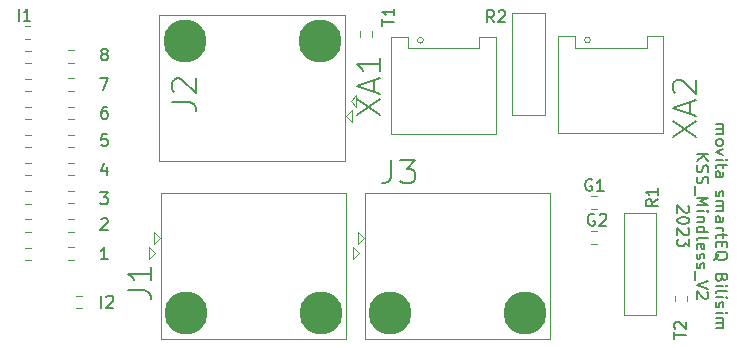
<source format=gbr>
%TF.GenerationSoftware,KiCad,Pcbnew,7.99.0-1900-g89780d353a*%
%TF.CreationDate,2023-07-25T10:26:20+03:00*%
%TF.ProjectId,KSS,4b53532e-6b69-4636-9164-5f7063625858,rev?*%
%TF.SameCoordinates,Original*%
%TF.FileFunction,Legend,Top*%
%TF.FilePolarity,Positive*%
%FSLAX46Y46*%
G04 Gerber Fmt 4.6, Leading zero omitted, Abs format (unit mm)*
G04 Created by KiCad (PCBNEW 7.99.0-1900-g89780d353a) date 2023-07-25 10:26:20*
%MOMM*%
%LPD*%
G01*
G04 APERTURE LIST*
%ADD10C,0.150000*%
%ADD11C,0.120000*%
%ADD12C,3.650000*%
G04 APERTURE END LIST*
D10*
X154805180Y-86127143D02*
X155471847Y-86127143D01*
X155376609Y-86127143D02*
X155424228Y-86174762D01*
X155424228Y-86174762D02*
X155471847Y-86270000D01*
X155471847Y-86270000D02*
X155471847Y-86412857D01*
X155471847Y-86412857D02*
X155424228Y-86508095D01*
X155424228Y-86508095D02*
X155328990Y-86555714D01*
X155328990Y-86555714D02*
X154805180Y-86555714D01*
X155328990Y-86555714D02*
X155424228Y-86603333D01*
X155424228Y-86603333D02*
X155471847Y-86698571D01*
X155471847Y-86698571D02*
X155471847Y-86841428D01*
X155471847Y-86841428D02*
X155424228Y-86936667D01*
X155424228Y-86936667D02*
X155328990Y-86984286D01*
X155328990Y-86984286D02*
X154805180Y-86984286D01*
X154805180Y-87603333D02*
X154852800Y-87508095D01*
X154852800Y-87508095D02*
X154900419Y-87460476D01*
X154900419Y-87460476D02*
X154995657Y-87412857D01*
X154995657Y-87412857D02*
X155281371Y-87412857D01*
X155281371Y-87412857D02*
X155376609Y-87460476D01*
X155376609Y-87460476D02*
X155424228Y-87508095D01*
X155424228Y-87508095D02*
X155471847Y-87603333D01*
X155471847Y-87603333D02*
X155471847Y-87746190D01*
X155471847Y-87746190D02*
X155424228Y-87841428D01*
X155424228Y-87841428D02*
X155376609Y-87889047D01*
X155376609Y-87889047D02*
X155281371Y-87936666D01*
X155281371Y-87936666D02*
X154995657Y-87936666D01*
X154995657Y-87936666D02*
X154900419Y-87889047D01*
X154900419Y-87889047D02*
X154852800Y-87841428D01*
X154852800Y-87841428D02*
X154805180Y-87746190D01*
X154805180Y-87746190D02*
X154805180Y-87603333D01*
X155471847Y-88270000D02*
X154805180Y-88508095D01*
X154805180Y-88508095D02*
X155471847Y-88746190D01*
X154805180Y-89127143D02*
X155471847Y-89127143D01*
X155805180Y-89127143D02*
X155757561Y-89079524D01*
X155757561Y-89079524D02*
X155709942Y-89127143D01*
X155709942Y-89127143D02*
X155757561Y-89174762D01*
X155757561Y-89174762D02*
X155805180Y-89127143D01*
X155805180Y-89127143D02*
X155709942Y-89127143D01*
X155471847Y-89460476D02*
X155471847Y-89841428D01*
X155805180Y-89603333D02*
X154948038Y-89603333D01*
X154948038Y-89603333D02*
X154852800Y-89650952D01*
X154852800Y-89650952D02*
X154805180Y-89746190D01*
X154805180Y-89746190D02*
X154805180Y-89841428D01*
X154805180Y-90603333D02*
X155328990Y-90603333D01*
X155328990Y-90603333D02*
X155424228Y-90555714D01*
X155424228Y-90555714D02*
X155471847Y-90460476D01*
X155471847Y-90460476D02*
X155471847Y-90270000D01*
X155471847Y-90270000D02*
X155424228Y-90174762D01*
X154852800Y-90603333D02*
X154805180Y-90508095D01*
X154805180Y-90508095D02*
X154805180Y-90270000D01*
X154805180Y-90270000D02*
X154852800Y-90174762D01*
X154852800Y-90174762D02*
X154948038Y-90127143D01*
X154948038Y-90127143D02*
X155043276Y-90127143D01*
X155043276Y-90127143D02*
X155138514Y-90174762D01*
X155138514Y-90174762D02*
X155186133Y-90270000D01*
X155186133Y-90270000D02*
X155186133Y-90508095D01*
X155186133Y-90508095D02*
X155233752Y-90603333D01*
X154852800Y-91793810D02*
X154805180Y-91889048D01*
X154805180Y-91889048D02*
X154805180Y-92079524D01*
X154805180Y-92079524D02*
X154852800Y-92174762D01*
X154852800Y-92174762D02*
X154948038Y-92222381D01*
X154948038Y-92222381D02*
X154995657Y-92222381D01*
X154995657Y-92222381D02*
X155090895Y-92174762D01*
X155090895Y-92174762D02*
X155138514Y-92079524D01*
X155138514Y-92079524D02*
X155138514Y-91936667D01*
X155138514Y-91936667D02*
X155186133Y-91841429D01*
X155186133Y-91841429D02*
X155281371Y-91793810D01*
X155281371Y-91793810D02*
X155328990Y-91793810D01*
X155328990Y-91793810D02*
X155424228Y-91841429D01*
X155424228Y-91841429D02*
X155471847Y-91936667D01*
X155471847Y-91936667D02*
X155471847Y-92079524D01*
X155471847Y-92079524D02*
X155424228Y-92174762D01*
X154805180Y-92650953D02*
X155471847Y-92650953D01*
X155376609Y-92650953D02*
X155424228Y-92698572D01*
X155424228Y-92698572D02*
X155471847Y-92793810D01*
X155471847Y-92793810D02*
X155471847Y-92936667D01*
X155471847Y-92936667D02*
X155424228Y-93031905D01*
X155424228Y-93031905D02*
X155328990Y-93079524D01*
X155328990Y-93079524D02*
X154805180Y-93079524D01*
X155328990Y-93079524D02*
X155424228Y-93127143D01*
X155424228Y-93127143D02*
X155471847Y-93222381D01*
X155471847Y-93222381D02*
X155471847Y-93365238D01*
X155471847Y-93365238D02*
X155424228Y-93460477D01*
X155424228Y-93460477D02*
X155328990Y-93508096D01*
X155328990Y-93508096D02*
X154805180Y-93508096D01*
X154805180Y-94412857D02*
X155328990Y-94412857D01*
X155328990Y-94412857D02*
X155424228Y-94365238D01*
X155424228Y-94365238D02*
X155471847Y-94270000D01*
X155471847Y-94270000D02*
X155471847Y-94079524D01*
X155471847Y-94079524D02*
X155424228Y-93984286D01*
X154852800Y-94412857D02*
X154805180Y-94317619D01*
X154805180Y-94317619D02*
X154805180Y-94079524D01*
X154805180Y-94079524D02*
X154852800Y-93984286D01*
X154852800Y-93984286D02*
X154948038Y-93936667D01*
X154948038Y-93936667D02*
X155043276Y-93936667D01*
X155043276Y-93936667D02*
X155138514Y-93984286D01*
X155138514Y-93984286D02*
X155186133Y-94079524D01*
X155186133Y-94079524D02*
X155186133Y-94317619D01*
X155186133Y-94317619D02*
X155233752Y-94412857D01*
X154805180Y-94889048D02*
X155471847Y-94889048D01*
X155281371Y-94889048D02*
X155376609Y-94936667D01*
X155376609Y-94936667D02*
X155424228Y-94984286D01*
X155424228Y-94984286D02*
X155471847Y-95079524D01*
X155471847Y-95079524D02*
X155471847Y-95174762D01*
X155471847Y-95365239D02*
X155471847Y-95746191D01*
X155805180Y-95508096D02*
X154948038Y-95508096D01*
X154948038Y-95508096D02*
X154852800Y-95555715D01*
X154852800Y-95555715D02*
X154805180Y-95650953D01*
X154805180Y-95650953D02*
X154805180Y-95746191D01*
X155328990Y-96079525D02*
X155328990Y-96412858D01*
X154805180Y-96555715D02*
X154805180Y-96079525D01*
X154805180Y-96079525D02*
X155805180Y-96079525D01*
X155805180Y-96079525D02*
X155805180Y-96555715D01*
X154709942Y-97650953D02*
X154757561Y-97555715D01*
X154757561Y-97555715D02*
X154852800Y-97460477D01*
X154852800Y-97460477D02*
X154995657Y-97317620D01*
X154995657Y-97317620D02*
X155043276Y-97222382D01*
X155043276Y-97222382D02*
X155043276Y-97127144D01*
X154805180Y-97174763D02*
X154852800Y-97079525D01*
X154852800Y-97079525D02*
X154948038Y-96984287D01*
X154948038Y-96984287D02*
X155138514Y-96936668D01*
X155138514Y-96936668D02*
X155471847Y-96936668D01*
X155471847Y-96936668D02*
X155662323Y-96984287D01*
X155662323Y-96984287D02*
X155757561Y-97079525D01*
X155757561Y-97079525D02*
X155805180Y-97174763D01*
X155805180Y-97174763D02*
X155805180Y-97365239D01*
X155805180Y-97365239D02*
X155757561Y-97460477D01*
X155757561Y-97460477D02*
X155662323Y-97555715D01*
X155662323Y-97555715D02*
X155471847Y-97603334D01*
X155471847Y-97603334D02*
X155138514Y-97603334D01*
X155138514Y-97603334D02*
X154948038Y-97555715D01*
X154948038Y-97555715D02*
X154852800Y-97460477D01*
X154852800Y-97460477D02*
X154805180Y-97365239D01*
X154805180Y-97365239D02*
X154805180Y-97174763D01*
X155328990Y-99127144D02*
X155281371Y-99270001D01*
X155281371Y-99270001D02*
X155233752Y-99317620D01*
X155233752Y-99317620D02*
X155138514Y-99365239D01*
X155138514Y-99365239D02*
X154995657Y-99365239D01*
X154995657Y-99365239D02*
X154900419Y-99317620D01*
X154900419Y-99317620D02*
X154852800Y-99270001D01*
X154852800Y-99270001D02*
X154805180Y-99174763D01*
X154805180Y-99174763D02*
X154805180Y-98793811D01*
X154805180Y-98793811D02*
X155805180Y-98793811D01*
X155805180Y-98793811D02*
X155805180Y-99127144D01*
X155805180Y-99127144D02*
X155757561Y-99222382D01*
X155757561Y-99222382D02*
X155709942Y-99270001D01*
X155709942Y-99270001D02*
X155614704Y-99317620D01*
X155614704Y-99317620D02*
X155519466Y-99317620D01*
X155519466Y-99317620D02*
X155424228Y-99270001D01*
X155424228Y-99270001D02*
X155376609Y-99222382D01*
X155376609Y-99222382D02*
X155328990Y-99127144D01*
X155328990Y-99127144D02*
X155328990Y-98793811D01*
X154805180Y-99793811D02*
X155471847Y-99793811D01*
X155805180Y-99793811D02*
X155757561Y-99746192D01*
X155757561Y-99746192D02*
X155709942Y-99793811D01*
X155709942Y-99793811D02*
X155757561Y-99841430D01*
X155757561Y-99841430D02*
X155805180Y-99793811D01*
X155805180Y-99793811D02*
X155709942Y-99793811D01*
X154805180Y-100412858D02*
X154852800Y-100317620D01*
X154852800Y-100317620D02*
X154948038Y-100270001D01*
X154948038Y-100270001D02*
X155805180Y-100270001D01*
X154805180Y-100793811D02*
X155471847Y-100793811D01*
X155805180Y-100793811D02*
X155757561Y-100746192D01*
X155757561Y-100746192D02*
X155709942Y-100793811D01*
X155709942Y-100793811D02*
X155757561Y-100841430D01*
X155757561Y-100841430D02*
X155805180Y-100793811D01*
X155805180Y-100793811D02*
X155709942Y-100793811D01*
X154852800Y-101222382D02*
X154805180Y-101317620D01*
X154805180Y-101317620D02*
X154805180Y-101508096D01*
X154805180Y-101508096D02*
X154852800Y-101603334D01*
X154852800Y-101603334D02*
X154948038Y-101650953D01*
X154948038Y-101650953D02*
X154995657Y-101650953D01*
X154995657Y-101650953D02*
X155090895Y-101603334D01*
X155090895Y-101603334D02*
X155138514Y-101508096D01*
X155138514Y-101508096D02*
X155138514Y-101365239D01*
X155138514Y-101365239D02*
X155186133Y-101270001D01*
X155186133Y-101270001D02*
X155281371Y-101222382D01*
X155281371Y-101222382D02*
X155328990Y-101222382D01*
X155328990Y-101222382D02*
X155424228Y-101270001D01*
X155424228Y-101270001D02*
X155471847Y-101365239D01*
X155471847Y-101365239D02*
X155471847Y-101508096D01*
X155471847Y-101508096D02*
X155424228Y-101603334D01*
X154805180Y-102079525D02*
X155471847Y-102079525D01*
X155805180Y-102079525D02*
X155757561Y-102031906D01*
X155757561Y-102031906D02*
X155709942Y-102079525D01*
X155709942Y-102079525D02*
X155757561Y-102127144D01*
X155757561Y-102127144D02*
X155805180Y-102079525D01*
X155805180Y-102079525D02*
X155709942Y-102079525D01*
X154805180Y-102555715D02*
X155471847Y-102555715D01*
X155376609Y-102555715D02*
X155424228Y-102603334D01*
X155424228Y-102603334D02*
X155471847Y-102698572D01*
X155471847Y-102698572D02*
X155471847Y-102841429D01*
X155471847Y-102841429D02*
X155424228Y-102936667D01*
X155424228Y-102936667D02*
X155328990Y-102984286D01*
X155328990Y-102984286D02*
X154805180Y-102984286D01*
X155328990Y-102984286D02*
X155424228Y-103031905D01*
X155424228Y-103031905D02*
X155471847Y-103127143D01*
X155471847Y-103127143D02*
X155471847Y-103270000D01*
X155471847Y-103270000D02*
X155424228Y-103365239D01*
X155424228Y-103365239D02*
X155328990Y-103412858D01*
X155328990Y-103412858D02*
X154805180Y-103412858D01*
X153195180Y-88674761D02*
X154195180Y-88674761D01*
X153195180Y-89246189D02*
X153766609Y-88817618D01*
X154195180Y-89246189D02*
X153623752Y-88674761D01*
X153242800Y-89627142D02*
X153195180Y-89769999D01*
X153195180Y-89769999D02*
X153195180Y-90008094D01*
X153195180Y-90008094D02*
X153242800Y-90103332D01*
X153242800Y-90103332D02*
X153290419Y-90150951D01*
X153290419Y-90150951D02*
X153385657Y-90198570D01*
X153385657Y-90198570D02*
X153480895Y-90198570D01*
X153480895Y-90198570D02*
X153576133Y-90150951D01*
X153576133Y-90150951D02*
X153623752Y-90103332D01*
X153623752Y-90103332D02*
X153671371Y-90008094D01*
X153671371Y-90008094D02*
X153718990Y-89817618D01*
X153718990Y-89817618D02*
X153766609Y-89722380D01*
X153766609Y-89722380D02*
X153814228Y-89674761D01*
X153814228Y-89674761D02*
X153909466Y-89627142D01*
X153909466Y-89627142D02*
X154004704Y-89627142D01*
X154004704Y-89627142D02*
X154099942Y-89674761D01*
X154099942Y-89674761D02*
X154147561Y-89722380D01*
X154147561Y-89722380D02*
X154195180Y-89817618D01*
X154195180Y-89817618D02*
X154195180Y-90055713D01*
X154195180Y-90055713D02*
X154147561Y-90198570D01*
X153242800Y-90579523D02*
X153195180Y-90722380D01*
X153195180Y-90722380D02*
X153195180Y-90960475D01*
X153195180Y-90960475D02*
X153242800Y-91055713D01*
X153242800Y-91055713D02*
X153290419Y-91103332D01*
X153290419Y-91103332D02*
X153385657Y-91150951D01*
X153385657Y-91150951D02*
X153480895Y-91150951D01*
X153480895Y-91150951D02*
X153576133Y-91103332D01*
X153576133Y-91103332D02*
X153623752Y-91055713D01*
X153623752Y-91055713D02*
X153671371Y-90960475D01*
X153671371Y-90960475D02*
X153718990Y-90769999D01*
X153718990Y-90769999D02*
X153766609Y-90674761D01*
X153766609Y-90674761D02*
X153814228Y-90627142D01*
X153814228Y-90627142D02*
X153909466Y-90579523D01*
X153909466Y-90579523D02*
X154004704Y-90579523D01*
X154004704Y-90579523D02*
X154099942Y-90627142D01*
X154099942Y-90627142D02*
X154147561Y-90674761D01*
X154147561Y-90674761D02*
X154195180Y-90769999D01*
X154195180Y-90769999D02*
X154195180Y-91008094D01*
X154195180Y-91008094D02*
X154147561Y-91150951D01*
X153099942Y-91341428D02*
X153099942Y-92103332D01*
X153195180Y-92341428D02*
X154195180Y-92341428D01*
X154195180Y-92341428D02*
X153480895Y-92674761D01*
X153480895Y-92674761D02*
X154195180Y-93008094D01*
X154195180Y-93008094D02*
X153195180Y-93008094D01*
X153195180Y-93484285D02*
X153861847Y-93484285D01*
X154195180Y-93484285D02*
X154147561Y-93436666D01*
X154147561Y-93436666D02*
X154099942Y-93484285D01*
X154099942Y-93484285D02*
X154147561Y-93531904D01*
X154147561Y-93531904D02*
X154195180Y-93484285D01*
X154195180Y-93484285D02*
X154099942Y-93484285D01*
X153861847Y-93960475D02*
X153195180Y-93960475D01*
X153766609Y-93960475D02*
X153814228Y-94008094D01*
X153814228Y-94008094D02*
X153861847Y-94103332D01*
X153861847Y-94103332D02*
X153861847Y-94246189D01*
X153861847Y-94246189D02*
X153814228Y-94341427D01*
X153814228Y-94341427D02*
X153718990Y-94389046D01*
X153718990Y-94389046D02*
X153195180Y-94389046D01*
X153195180Y-95293808D02*
X154195180Y-95293808D01*
X153242800Y-95293808D02*
X153195180Y-95198570D01*
X153195180Y-95198570D02*
X153195180Y-95008094D01*
X153195180Y-95008094D02*
X153242800Y-94912856D01*
X153242800Y-94912856D02*
X153290419Y-94865237D01*
X153290419Y-94865237D02*
X153385657Y-94817618D01*
X153385657Y-94817618D02*
X153671371Y-94817618D01*
X153671371Y-94817618D02*
X153766609Y-94865237D01*
X153766609Y-94865237D02*
X153814228Y-94912856D01*
X153814228Y-94912856D02*
X153861847Y-95008094D01*
X153861847Y-95008094D02*
X153861847Y-95198570D01*
X153861847Y-95198570D02*
X153814228Y-95293808D01*
X153195180Y-95912856D02*
X153242800Y-95817618D01*
X153242800Y-95817618D02*
X153338038Y-95769999D01*
X153338038Y-95769999D02*
X154195180Y-95769999D01*
X153242800Y-96674761D02*
X153195180Y-96579523D01*
X153195180Y-96579523D02*
X153195180Y-96389047D01*
X153195180Y-96389047D02*
X153242800Y-96293809D01*
X153242800Y-96293809D02*
X153338038Y-96246190D01*
X153338038Y-96246190D02*
X153718990Y-96246190D01*
X153718990Y-96246190D02*
X153814228Y-96293809D01*
X153814228Y-96293809D02*
X153861847Y-96389047D01*
X153861847Y-96389047D02*
X153861847Y-96579523D01*
X153861847Y-96579523D02*
X153814228Y-96674761D01*
X153814228Y-96674761D02*
X153718990Y-96722380D01*
X153718990Y-96722380D02*
X153623752Y-96722380D01*
X153623752Y-96722380D02*
X153528514Y-96246190D01*
X153242800Y-97103333D02*
X153195180Y-97198571D01*
X153195180Y-97198571D02*
X153195180Y-97389047D01*
X153195180Y-97389047D02*
X153242800Y-97484285D01*
X153242800Y-97484285D02*
X153338038Y-97531904D01*
X153338038Y-97531904D02*
X153385657Y-97531904D01*
X153385657Y-97531904D02*
X153480895Y-97484285D01*
X153480895Y-97484285D02*
X153528514Y-97389047D01*
X153528514Y-97389047D02*
X153528514Y-97246190D01*
X153528514Y-97246190D02*
X153576133Y-97150952D01*
X153576133Y-97150952D02*
X153671371Y-97103333D01*
X153671371Y-97103333D02*
X153718990Y-97103333D01*
X153718990Y-97103333D02*
X153814228Y-97150952D01*
X153814228Y-97150952D02*
X153861847Y-97246190D01*
X153861847Y-97246190D02*
X153861847Y-97389047D01*
X153861847Y-97389047D02*
X153814228Y-97484285D01*
X153242800Y-97912857D02*
X153195180Y-98008095D01*
X153195180Y-98008095D02*
X153195180Y-98198571D01*
X153195180Y-98198571D02*
X153242800Y-98293809D01*
X153242800Y-98293809D02*
X153338038Y-98341428D01*
X153338038Y-98341428D02*
X153385657Y-98341428D01*
X153385657Y-98341428D02*
X153480895Y-98293809D01*
X153480895Y-98293809D02*
X153528514Y-98198571D01*
X153528514Y-98198571D02*
X153528514Y-98055714D01*
X153528514Y-98055714D02*
X153576133Y-97960476D01*
X153576133Y-97960476D02*
X153671371Y-97912857D01*
X153671371Y-97912857D02*
X153718990Y-97912857D01*
X153718990Y-97912857D02*
X153814228Y-97960476D01*
X153814228Y-97960476D02*
X153861847Y-98055714D01*
X153861847Y-98055714D02*
X153861847Y-98198571D01*
X153861847Y-98198571D02*
X153814228Y-98293809D01*
X153099942Y-98531905D02*
X153099942Y-99293809D01*
X154195180Y-99389048D02*
X153195180Y-99722381D01*
X153195180Y-99722381D02*
X154195180Y-100055714D01*
X154099942Y-100341429D02*
X154147561Y-100389048D01*
X154147561Y-100389048D02*
X154195180Y-100484286D01*
X154195180Y-100484286D02*
X154195180Y-100722381D01*
X154195180Y-100722381D02*
X154147561Y-100817619D01*
X154147561Y-100817619D02*
X154099942Y-100865238D01*
X154099942Y-100865238D02*
X154004704Y-100912857D01*
X154004704Y-100912857D02*
X153909466Y-100912857D01*
X153909466Y-100912857D02*
X153766609Y-100865238D01*
X153766609Y-100865238D02*
X153195180Y-100293810D01*
X153195180Y-100293810D02*
X153195180Y-100912857D01*
X152489942Y-93055714D02*
X152537561Y-93103333D01*
X152537561Y-93103333D02*
X152585180Y-93198571D01*
X152585180Y-93198571D02*
X152585180Y-93436666D01*
X152585180Y-93436666D02*
X152537561Y-93531904D01*
X152537561Y-93531904D02*
X152489942Y-93579523D01*
X152489942Y-93579523D02*
X152394704Y-93627142D01*
X152394704Y-93627142D02*
X152299466Y-93627142D01*
X152299466Y-93627142D02*
X152156609Y-93579523D01*
X152156609Y-93579523D02*
X151585180Y-93008095D01*
X151585180Y-93008095D02*
X151585180Y-93627142D01*
X152585180Y-94246190D02*
X152585180Y-94341428D01*
X152585180Y-94341428D02*
X152537561Y-94436666D01*
X152537561Y-94436666D02*
X152489942Y-94484285D01*
X152489942Y-94484285D02*
X152394704Y-94531904D01*
X152394704Y-94531904D02*
X152204228Y-94579523D01*
X152204228Y-94579523D02*
X151966133Y-94579523D01*
X151966133Y-94579523D02*
X151775657Y-94531904D01*
X151775657Y-94531904D02*
X151680419Y-94484285D01*
X151680419Y-94484285D02*
X151632800Y-94436666D01*
X151632800Y-94436666D02*
X151585180Y-94341428D01*
X151585180Y-94341428D02*
X151585180Y-94246190D01*
X151585180Y-94246190D02*
X151632800Y-94150952D01*
X151632800Y-94150952D02*
X151680419Y-94103333D01*
X151680419Y-94103333D02*
X151775657Y-94055714D01*
X151775657Y-94055714D02*
X151966133Y-94008095D01*
X151966133Y-94008095D02*
X152204228Y-94008095D01*
X152204228Y-94008095D02*
X152394704Y-94055714D01*
X152394704Y-94055714D02*
X152489942Y-94103333D01*
X152489942Y-94103333D02*
X152537561Y-94150952D01*
X152537561Y-94150952D02*
X152585180Y-94246190D01*
X152489942Y-94960476D02*
X152537561Y-95008095D01*
X152537561Y-95008095D02*
X152585180Y-95103333D01*
X152585180Y-95103333D02*
X152585180Y-95341428D01*
X152585180Y-95341428D02*
X152537561Y-95436666D01*
X152537561Y-95436666D02*
X152489942Y-95484285D01*
X152489942Y-95484285D02*
X152394704Y-95531904D01*
X152394704Y-95531904D02*
X152299466Y-95531904D01*
X152299466Y-95531904D02*
X152156609Y-95484285D01*
X152156609Y-95484285D02*
X151585180Y-94912857D01*
X151585180Y-94912857D02*
X151585180Y-95531904D01*
X152585180Y-95865238D02*
X152585180Y-96484285D01*
X152585180Y-96484285D02*
X152204228Y-96150952D01*
X152204228Y-96150952D02*
X152204228Y-96293809D01*
X152204228Y-96293809D02*
X152156609Y-96389047D01*
X152156609Y-96389047D02*
X152108990Y-96436666D01*
X152108990Y-96436666D02*
X152013752Y-96484285D01*
X152013752Y-96484285D02*
X151775657Y-96484285D01*
X151775657Y-96484285D02*
X151680419Y-96436666D01*
X151680419Y-96436666D02*
X151632800Y-96389047D01*
X151632800Y-96389047D02*
X151585180Y-96293809D01*
X151585180Y-96293809D02*
X151585180Y-96008095D01*
X151585180Y-96008095D02*
X151632800Y-95912857D01*
X151632800Y-95912857D02*
X151680419Y-95865238D01*
X103350588Y-97559819D02*
X102779160Y-97559819D01*
X103064874Y-97559819D02*
X103064874Y-96559819D01*
X103064874Y-96559819D02*
X102969636Y-96702676D01*
X102969636Y-96702676D02*
X102874398Y-96797914D01*
X102874398Y-96797914D02*
X102779160Y-96845533D01*
X103255350Y-84664819D02*
X103064874Y-84664819D01*
X103064874Y-84664819D02*
X102969636Y-84712438D01*
X102969636Y-84712438D02*
X102922017Y-84760057D01*
X102922017Y-84760057D02*
X102826779Y-84902914D01*
X102826779Y-84902914D02*
X102779160Y-85093390D01*
X102779160Y-85093390D02*
X102779160Y-85474342D01*
X102779160Y-85474342D02*
X102826779Y-85569580D01*
X102826779Y-85569580D02*
X102874398Y-85617200D01*
X102874398Y-85617200D02*
X102969636Y-85664819D01*
X102969636Y-85664819D02*
X103160112Y-85664819D01*
X103160112Y-85664819D02*
X103255350Y-85617200D01*
X103255350Y-85617200D02*
X103302969Y-85569580D01*
X103302969Y-85569580D02*
X103350588Y-85474342D01*
X103350588Y-85474342D02*
X103350588Y-85236247D01*
X103350588Y-85236247D02*
X103302969Y-85141009D01*
X103302969Y-85141009D02*
X103255350Y-85093390D01*
X103255350Y-85093390D02*
X103160112Y-85045771D01*
X103160112Y-85045771D02*
X102969636Y-85045771D01*
X102969636Y-85045771D02*
X102874398Y-85093390D01*
X102874398Y-85093390D02*
X102826779Y-85141009D01*
X102826779Y-85141009D02*
X102779160Y-85236247D01*
X102969636Y-80163390D02*
X102874398Y-80115771D01*
X102874398Y-80115771D02*
X102826779Y-80068152D01*
X102826779Y-80068152D02*
X102779160Y-79972914D01*
X102779160Y-79972914D02*
X102779160Y-79925295D01*
X102779160Y-79925295D02*
X102826779Y-79830057D01*
X102826779Y-79830057D02*
X102874398Y-79782438D01*
X102874398Y-79782438D02*
X102969636Y-79734819D01*
X102969636Y-79734819D02*
X103160112Y-79734819D01*
X103160112Y-79734819D02*
X103255350Y-79782438D01*
X103255350Y-79782438D02*
X103302969Y-79830057D01*
X103302969Y-79830057D02*
X103350588Y-79925295D01*
X103350588Y-79925295D02*
X103350588Y-79972914D01*
X103350588Y-79972914D02*
X103302969Y-80068152D01*
X103302969Y-80068152D02*
X103255350Y-80115771D01*
X103255350Y-80115771D02*
X103160112Y-80163390D01*
X103160112Y-80163390D02*
X102969636Y-80163390D01*
X102969636Y-80163390D02*
X102874398Y-80211009D01*
X102874398Y-80211009D02*
X102826779Y-80258628D01*
X102826779Y-80258628D02*
X102779160Y-80353866D01*
X102779160Y-80353866D02*
X102779160Y-80544342D01*
X102779160Y-80544342D02*
X102826779Y-80639580D01*
X102826779Y-80639580D02*
X102874398Y-80687200D01*
X102874398Y-80687200D02*
X102969636Y-80734819D01*
X102969636Y-80734819D02*
X103160112Y-80734819D01*
X103160112Y-80734819D02*
X103255350Y-80687200D01*
X103255350Y-80687200D02*
X103302969Y-80639580D01*
X103302969Y-80639580D02*
X103350588Y-80544342D01*
X103350588Y-80544342D02*
X103350588Y-80353866D01*
X103350588Y-80353866D02*
X103302969Y-80258628D01*
X103302969Y-80258628D02*
X103255350Y-80211009D01*
X103255350Y-80211009D02*
X103160112Y-80163390D01*
X103255350Y-89773152D02*
X103255350Y-90439819D01*
X103017255Y-89392200D02*
X102779160Y-90106485D01*
X102779160Y-90106485D02*
X103398207Y-90106485D01*
X102731541Y-82199819D02*
X103398207Y-82199819D01*
X103398207Y-82199819D02*
X102969636Y-83199819D01*
X102779160Y-94190057D02*
X102826779Y-94142438D01*
X102826779Y-94142438D02*
X102922017Y-94094819D01*
X102922017Y-94094819D02*
X103160112Y-94094819D01*
X103160112Y-94094819D02*
X103255350Y-94142438D01*
X103255350Y-94142438D02*
X103302969Y-94190057D01*
X103302969Y-94190057D02*
X103350588Y-94285295D01*
X103350588Y-94285295D02*
X103350588Y-94380533D01*
X103350588Y-94380533D02*
X103302969Y-94523390D01*
X103302969Y-94523390D02*
X102731541Y-95094819D01*
X102731541Y-95094819D02*
X103350588Y-95094819D01*
X102731541Y-91904819D02*
X103350588Y-91904819D01*
X103350588Y-91904819D02*
X103017255Y-92285771D01*
X103017255Y-92285771D02*
X103160112Y-92285771D01*
X103160112Y-92285771D02*
X103255350Y-92333390D01*
X103255350Y-92333390D02*
X103302969Y-92381009D01*
X103302969Y-92381009D02*
X103350588Y-92476247D01*
X103350588Y-92476247D02*
X103350588Y-92714342D01*
X103350588Y-92714342D02*
X103302969Y-92809580D01*
X103302969Y-92809580D02*
X103255350Y-92857200D01*
X103255350Y-92857200D02*
X103160112Y-92904819D01*
X103160112Y-92904819D02*
X102874398Y-92904819D01*
X102874398Y-92904819D02*
X102779160Y-92857200D01*
X102779160Y-92857200D02*
X102731541Y-92809580D01*
X103302969Y-86974819D02*
X102826779Y-86974819D01*
X102826779Y-86974819D02*
X102779160Y-87451009D01*
X102779160Y-87451009D02*
X102826779Y-87403390D01*
X102826779Y-87403390D02*
X102922017Y-87355771D01*
X102922017Y-87355771D02*
X103160112Y-87355771D01*
X103160112Y-87355771D02*
X103255350Y-87403390D01*
X103255350Y-87403390D02*
X103302969Y-87451009D01*
X103302969Y-87451009D02*
X103350588Y-87546247D01*
X103350588Y-87546247D02*
X103350588Y-87784342D01*
X103350588Y-87784342D02*
X103302969Y-87879580D01*
X103302969Y-87879580D02*
X103255350Y-87927200D01*
X103255350Y-87927200D02*
X103160112Y-87974819D01*
X103160112Y-87974819D02*
X102922017Y-87974819D01*
X102922017Y-87974819D02*
X102826779Y-87927200D01*
X102826779Y-87927200D02*
X102779160Y-87879580D01*
X136063333Y-77494819D02*
X135730000Y-77018628D01*
X135491905Y-77494819D02*
X135491905Y-76494819D01*
X135491905Y-76494819D02*
X135872857Y-76494819D01*
X135872857Y-76494819D02*
X135968095Y-76542438D01*
X135968095Y-76542438D02*
X136015714Y-76590057D01*
X136015714Y-76590057D02*
X136063333Y-76685295D01*
X136063333Y-76685295D02*
X136063333Y-76828152D01*
X136063333Y-76828152D02*
X136015714Y-76923390D01*
X136015714Y-76923390D02*
X135968095Y-76971009D01*
X135968095Y-76971009D02*
X135872857Y-77018628D01*
X135872857Y-77018628D02*
X135491905Y-77018628D01*
X136444286Y-76590057D02*
X136491905Y-76542438D01*
X136491905Y-76542438D02*
X136587143Y-76494819D01*
X136587143Y-76494819D02*
X136825238Y-76494819D01*
X136825238Y-76494819D02*
X136920476Y-76542438D01*
X136920476Y-76542438D02*
X136968095Y-76590057D01*
X136968095Y-76590057D02*
X137015714Y-76685295D01*
X137015714Y-76685295D02*
X137015714Y-76780533D01*
X137015714Y-76780533D02*
X136968095Y-76923390D01*
X136968095Y-76923390D02*
X136396667Y-77494819D01*
X136396667Y-77494819D02*
X137015714Y-77494819D01*
X127343333Y-89137438D02*
X127343333Y-90566009D01*
X127343333Y-90566009D02*
X127248094Y-90851723D01*
X127248094Y-90851723D02*
X127057618Y-91042200D01*
X127057618Y-91042200D02*
X126771904Y-91137438D01*
X126771904Y-91137438D02*
X126581428Y-91137438D01*
X128105238Y-89137438D02*
X129343333Y-89137438D01*
X129343333Y-89137438D02*
X128676666Y-89899342D01*
X128676666Y-89899342D02*
X128962381Y-89899342D01*
X128962381Y-89899342D02*
X129152857Y-89994580D01*
X129152857Y-89994580D02*
X129248095Y-90089819D01*
X129248095Y-90089819D02*
X129343333Y-90280295D01*
X129343333Y-90280295D02*
X129343333Y-90756485D01*
X129343333Y-90756485D02*
X129248095Y-90946961D01*
X129248095Y-90946961D02*
X129152857Y-91042200D01*
X129152857Y-91042200D02*
X128962381Y-91137438D01*
X128962381Y-91137438D02*
X128390952Y-91137438D01*
X128390952Y-91137438D02*
X128200476Y-91042200D01*
X128200476Y-91042200D02*
X128105238Y-90946961D01*
X149894819Y-92506666D02*
X149418628Y-92839999D01*
X149894819Y-93078094D02*
X148894819Y-93078094D01*
X148894819Y-93078094D02*
X148894819Y-92697142D01*
X148894819Y-92697142D02*
X148942438Y-92601904D01*
X148942438Y-92601904D02*
X148990057Y-92554285D01*
X148990057Y-92554285D02*
X149085295Y-92506666D01*
X149085295Y-92506666D02*
X149228152Y-92506666D01*
X149228152Y-92506666D02*
X149323390Y-92554285D01*
X149323390Y-92554285D02*
X149371009Y-92601904D01*
X149371009Y-92601904D02*
X149418628Y-92697142D01*
X149418628Y-92697142D02*
X149418628Y-93078094D01*
X149894819Y-91554285D02*
X149894819Y-92125713D01*
X149894819Y-91839999D02*
X148894819Y-91839999D01*
X148894819Y-91839999D02*
X149037676Y-91935237D01*
X149037676Y-91935237D02*
X149132914Y-92030475D01*
X149132914Y-92030475D02*
X149180533Y-92125713D01*
X95803810Y-77354819D02*
X95803810Y-76354819D01*
X96803809Y-77354819D02*
X96232381Y-77354819D01*
X96518095Y-77354819D02*
X96518095Y-76354819D01*
X96518095Y-76354819D02*
X96422857Y-76497676D01*
X96422857Y-76497676D02*
X96327619Y-76592914D01*
X96327619Y-76592914D02*
X96232381Y-76640533D01*
X102803810Y-101654819D02*
X102803810Y-100654819D01*
X103232381Y-100750057D02*
X103280000Y-100702438D01*
X103280000Y-100702438D02*
X103375238Y-100654819D01*
X103375238Y-100654819D02*
X103613333Y-100654819D01*
X103613333Y-100654819D02*
X103708571Y-100702438D01*
X103708571Y-100702438D02*
X103756190Y-100750057D01*
X103756190Y-100750057D02*
X103803809Y-100845295D01*
X103803809Y-100845295D02*
X103803809Y-100940533D01*
X103803809Y-100940533D02*
X103756190Y-101083390D01*
X103756190Y-101083390D02*
X103184762Y-101654819D01*
X103184762Y-101654819D02*
X103803809Y-101654819D01*
X126594819Y-77781904D02*
X126594819Y-77210476D01*
X127594819Y-77496190D02*
X126594819Y-77496190D01*
X127594819Y-76353333D02*
X127594819Y-76924761D01*
X127594819Y-76639047D02*
X126594819Y-76639047D01*
X126594819Y-76639047D02*
X126737676Y-76734285D01*
X126737676Y-76734285D02*
X126832914Y-76829523D01*
X126832914Y-76829523D02*
X126880533Y-76924761D01*
X151284819Y-104301904D02*
X151284819Y-103730476D01*
X152284819Y-104016190D02*
X151284819Y-104016190D01*
X151380057Y-103444761D02*
X151332438Y-103397142D01*
X151332438Y-103397142D02*
X151284819Y-103301904D01*
X151284819Y-103301904D02*
X151284819Y-103063809D01*
X151284819Y-103063809D02*
X151332438Y-102968571D01*
X151332438Y-102968571D02*
X151380057Y-102920952D01*
X151380057Y-102920952D02*
X151475295Y-102873333D01*
X151475295Y-102873333D02*
X151570533Y-102873333D01*
X151570533Y-102873333D02*
X151713390Y-102920952D01*
X151713390Y-102920952D02*
X152284819Y-103492380D01*
X152284819Y-103492380D02*
X152284819Y-102873333D01*
X124427438Y-85346190D02*
X126427438Y-84012857D01*
X124427438Y-84012857D02*
X126427438Y-85346190D01*
X125856009Y-83346190D02*
X125856009Y-82393809D01*
X126427438Y-83536666D02*
X124427438Y-82870000D01*
X124427438Y-82870000D02*
X126427438Y-82203333D01*
X126427438Y-80489047D02*
X126427438Y-81631904D01*
X126427438Y-81060476D02*
X124427438Y-81060476D01*
X124427438Y-81060476D02*
X124713152Y-81250952D01*
X124713152Y-81250952D02*
X124903628Y-81441428D01*
X124903628Y-81441428D02*
X124998866Y-81631904D01*
X105027438Y-100206666D02*
X106456009Y-100206666D01*
X106456009Y-100206666D02*
X106741723Y-100301905D01*
X106741723Y-100301905D02*
X106932200Y-100492381D01*
X106932200Y-100492381D02*
X107027438Y-100778095D01*
X107027438Y-100778095D02*
X107027438Y-100968571D01*
X107027438Y-98206666D02*
X107027438Y-99349523D01*
X107027438Y-98778095D02*
X105027438Y-98778095D01*
X105027438Y-98778095D02*
X105313152Y-98968571D01*
X105313152Y-98968571D02*
X105503628Y-99159047D01*
X105503628Y-99159047D02*
X105598866Y-99349523D01*
X108797438Y-84256666D02*
X110226009Y-84256666D01*
X110226009Y-84256666D02*
X110511723Y-84351905D01*
X110511723Y-84351905D02*
X110702200Y-84542381D01*
X110702200Y-84542381D02*
X110797438Y-84828095D01*
X110797438Y-84828095D02*
X110797438Y-85018571D01*
X108987914Y-83399523D02*
X108892676Y-83304285D01*
X108892676Y-83304285D02*
X108797438Y-83113809D01*
X108797438Y-83113809D02*
X108797438Y-82637618D01*
X108797438Y-82637618D02*
X108892676Y-82447142D01*
X108892676Y-82447142D02*
X108987914Y-82351904D01*
X108987914Y-82351904D02*
X109178390Y-82256666D01*
X109178390Y-82256666D02*
X109368866Y-82256666D01*
X109368866Y-82256666D02*
X109654580Y-82351904D01*
X109654580Y-82351904D02*
X110797438Y-83494761D01*
X110797438Y-83494761D02*
X110797438Y-82256666D01*
X151187438Y-87226190D02*
X153187438Y-85892857D01*
X151187438Y-85892857D02*
X153187438Y-87226190D01*
X152616009Y-85226190D02*
X152616009Y-84273809D01*
X153187438Y-85416666D02*
X151187438Y-84750000D01*
X151187438Y-84750000D02*
X153187438Y-84083333D01*
X151377914Y-83511904D02*
X151282676Y-83416666D01*
X151282676Y-83416666D02*
X151187438Y-83226190D01*
X151187438Y-83226190D02*
X151187438Y-82749999D01*
X151187438Y-82749999D02*
X151282676Y-82559523D01*
X151282676Y-82559523D02*
X151377914Y-82464285D01*
X151377914Y-82464285D02*
X151568390Y-82369047D01*
X151568390Y-82369047D02*
X151758866Y-82369047D01*
X151758866Y-82369047D02*
X152044580Y-82464285D01*
X152044580Y-82464285D02*
X153187438Y-83607142D01*
X153187438Y-83607142D02*
X153187438Y-82369047D01*
X144555714Y-93762438D02*
X144460476Y-93714819D01*
X144460476Y-93714819D02*
X144317619Y-93714819D01*
X144317619Y-93714819D02*
X144174762Y-93762438D01*
X144174762Y-93762438D02*
X144079524Y-93857676D01*
X144079524Y-93857676D02*
X144031905Y-93952914D01*
X144031905Y-93952914D02*
X143984286Y-94143390D01*
X143984286Y-94143390D02*
X143984286Y-94286247D01*
X143984286Y-94286247D02*
X144031905Y-94476723D01*
X144031905Y-94476723D02*
X144079524Y-94571961D01*
X144079524Y-94571961D02*
X144174762Y-94667200D01*
X144174762Y-94667200D02*
X144317619Y-94714819D01*
X144317619Y-94714819D02*
X144412857Y-94714819D01*
X144412857Y-94714819D02*
X144555714Y-94667200D01*
X144555714Y-94667200D02*
X144603333Y-94619580D01*
X144603333Y-94619580D02*
X144603333Y-94286247D01*
X144603333Y-94286247D02*
X144412857Y-94286247D01*
X144984286Y-93810057D02*
X145031905Y-93762438D01*
X145031905Y-93762438D02*
X145127143Y-93714819D01*
X145127143Y-93714819D02*
X145365238Y-93714819D01*
X145365238Y-93714819D02*
X145460476Y-93762438D01*
X145460476Y-93762438D02*
X145508095Y-93810057D01*
X145508095Y-93810057D02*
X145555714Y-93905295D01*
X145555714Y-93905295D02*
X145555714Y-94000533D01*
X145555714Y-94000533D02*
X145508095Y-94143390D01*
X145508095Y-94143390D02*
X144936667Y-94714819D01*
X144936667Y-94714819D02*
X145555714Y-94714819D01*
X144325714Y-90832438D02*
X144230476Y-90784819D01*
X144230476Y-90784819D02*
X144087619Y-90784819D01*
X144087619Y-90784819D02*
X143944762Y-90832438D01*
X143944762Y-90832438D02*
X143849524Y-90927676D01*
X143849524Y-90927676D02*
X143801905Y-91022914D01*
X143801905Y-91022914D02*
X143754286Y-91213390D01*
X143754286Y-91213390D02*
X143754286Y-91356247D01*
X143754286Y-91356247D02*
X143801905Y-91546723D01*
X143801905Y-91546723D02*
X143849524Y-91641961D01*
X143849524Y-91641961D02*
X143944762Y-91737200D01*
X143944762Y-91737200D02*
X144087619Y-91784819D01*
X144087619Y-91784819D02*
X144182857Y-91784819D01*
X144182857Y-91784819D02*
X144325714Y-91737200D01*
X144325714Y-91737200D02*
X144373333Y-91689580D01*
X144373333Y-91689580D02*
X144373333Y-91356247D01*
X144373333Y-91356247D02*
X144182857Y-91356247D01*
X145325714Y-91784819D02*
X144754286Y-91784819D01*
X145040000Y-91784819D02*
X145040000Y-90784819D01*
X145040000Y-90784819D02*
X144944762Y-90927676D01*
X144944762Y-90927676D02*
X144849524Y-91022914D01*
X144849524Y-91022914D02*
X144754286Y-91070533D01*
D11*
%TO.C,R2*%
X137570000Y-76755000D02*
X137570000Y-85375000D01*
X140350000Y-76755000D02*
X137570000Y-76755000D01*
X140350000Y-76755000D02*
X140350000Y-85375000D01*
X140350000Y-85375000D02*
X137570000Y-85375000D01*
%TO.C,J3*%
X124134500Y-96520000D02*
X124134500Y-97520000D01*
X124134500Y-97520000D02*
X124634500Y-97020000D01*
X124514500Y-95250000D02*
X124514500Y-96250000D01*
X124514500Y-96250000D02*
X125014500Y-95750000D01*
X124634500Y-97020000D02*
X124134500Y-96520000D01*
X125014500Y-95750000D02*
X124514500Y-95250000D01*
X125094500Y-91960000D02*
X125094500Y-104301200D01*
X140814500Y-91960000D02*
X125094500Y-91960000D01*
X140824500Y-91960000D02*
X140824500Y-104301200D01*
X140824500Y-104301200D02*
X125094500Y-104301200D01*
%TO.C,P8*%
X96842258Y-96577500D02*
X96367742Y-96577500D01*
X96842258Y-97622500D02*
X96367742Y-97622500D01*
%TO.C,P2*%
X96842258Y-82279908D02*
X96367742Y-82279908D01*
X96842258Y-83324908D02*
X96367742Y-83324908D01*
%TO.C,P3*%
X96842258Y-84662840D02*
X96367742Y-84662840D01*
X96842258Y-85707840D02*
X96367742Y-85707840D01*
%TO.C,P10*%
X99997742Y-82259908D02*
X100472258Y-82259908D01*
X99997742Y-83304908D02*
X100472258Y-83304908D01*
%TO.C,R1*%
X147020000Y-93685000D02*
X147020000Y-102305000D01*
X149800000Y-93685000D02*
X147020000Y-93685000D01*
X149800000Y-93685000D02*
X149800000Y-102305000D01*
X149800000Y-102305000D02*
X147020000Y-102305000D01*
%TO.C,P11*%
X99997742Y-84642840D02*
X100472258Y-84642840D01*
X99997742Y-85687840D02*
X100472258Y-85687840D01*
%TO.C,I1*%
X96777258Y-77847500D02*
X96302742Y-77847500D01*
X96777258Y-78892500D02*
X96302742Y-78892500D01*
%TO.C,I2*%
X100692742Y-100687500D02*
X101167258Y-100687500D01*
X100692742Y-101732500D02*
X101167258Y-101732500D01*
%TO.C,P7*%
X96842258Y-94194568D02*
X96367742Y-94194568D01*
X96842258Y-95239568D02*
X96367742Y-95239568D01*
%TO.C,P9*%
X99997742Y-79876976D02*
X100472258Y-79876976D01*
X99997742Y-80921976D02*
X100472258Y-80921976D01*
%TO.C,P14*%
X99997742Y-91791636D02*
X100472258Y-91791636D01*
X99997742Y-92836636D02*
X100472258Y-92836636D01*
%TO.C,T1*%
X124717500Y-78747258D02*
X124717500Y-78272742D01*
X125762500Y-78747258D02*
X125762500Y-78272742D01*
%TO.C,T2*%
X151387500Y-100642742D02*
X151387500Y-101117258D01*
X152432500Y-100642742D02*
X152432500Y-101117258D01*
%TO.C,P1*%
X96842258Y-79896976D02*
X96367742Y-79896976D01*
X96842258Y-80941976D02*
X96367742Y-80941976D01*
%TO.C,XA1*%
X127360600Y-78719400D02*
X128780600Y-78719400D01*
X127360600Y-86939400D02*
X127360600Y-78719400D01*
X128780600Y-78719400D02*
X128780600Y-79669400D01*
X128780600Y-79669400D02*
X131800600Y-79669400D01*
X131800600Y-86939400D02*
X127360600Y-86939400D01*
X131800600Y-86939400D02*
X136240600Y-86939400D01*
X134820600Y-78719400D02*
X134820600Y-79669400D01*
X134820600Y-79669400D02*
X131800600Y-79669400D01*
X136240600Y-78719400D02*
X134820600Y-78719400D01*
X136240600Y-86939400D02*
X136240600Y-78719400D01*
X130070600Y-79029400D02*
G75*
G03*
X130070600Y-79029400I-250000J0D01*
G01*
%TO.C,P6*%
X96842258Y-91811636D02*
X96367742Y-91811636D01*
X96842258Y-92856636D02*
X96367742Y-92856636D01*
%TO.C,J1*%
X106862500Y-96520000D02*
X106862500Y-97520000D01*
X106862500Y-97520000D02*
X107362500Y-97020000D01*
X107242500Y-95250000D02*
X107242500Y-96250000D01*
X107242500Y-96250000D02*
X107742500Y-95750000D01*
X107362500Y-97020000D02*
X106862500Y-96520000D01*
X107742500Y-95750000D02*
X107242500Y-95250000D01*
X107822500Y-91960000D02*
X107822500Y-104301200D01*
X123542500Y-91960000D02*
X107822500Y-91960000D01*
X123552500Y-91960000D02*
X123552500Y-104301200D01*
X123552500Y-104301200D02*
X107822500Y-104301200D01*
%TO.C,J2*%
X107714500Y-76887400D02*
X123444500Y-76887400D01*
X107714500Y-89228600D02*
X107714500Y-76887400D01*
X107724500Y-89228600D02*
X123444500Y-89228600D01*
X123444500Y-89228600D02*
X123444500Y-76887400D01*
X123524500Y-85438600D02*
X124024500Y-85938600D01*
X123904500Y-84168600D02*
X124404500Y-84668600D01*
X124024500Y-84938600D02*
X123524500Y-85438600D01*
X124024500Y-85938600D02*
X124024500Y-84938600D01*
X124404500Y-83668600D02*
X123904500Y-84168600D01*
X124404500Y-84668600D02*
X124404500Y-83668600D01*
%TO.C,XA2*%
X141507200Y-78694000D02*
X142927200Y-78694000D01*
X141507200Y-86914000D02*
X141507200Y-78694000D01*
X142927200Y-78694000D02*
X142927200Y-79644000D01*
X142927200Y-79644000D02*
X145947200Y-79644000D01*
X145947200Y-86914000D02*
X141507200Y-86914000D01*
X145947200Y-86914000D02*
X150387200Y-86914000D01*
X148967200Y-78694000D02*
X148967200Y-79644000D01*
X148967200Y-79644000D02*
X145947200Y-79644000D01*
X150387200Y-78694000D02*
X148967200Y-78694000D01*
X150387200Y-86914000D02*
X150387200Y-78694000D01*
X144217200Y-79004000D02*
G75*
G03*
X144217200Y-79004000I-250000J0D01*
G01*
%TO.C,P4*%
X96842258Y-87045772D02*
X96367742Y-87045772D01*
X96842258Y-88090772D02*
X96367742Y-88090772D01*
%TO.C,P16*%
X99997742Y-96557500D02*
X100472258Y-96557500D01*
X99997742Y-97602500D02*
X100472258Y-97602500D01*
%TO.C,P15*%
X99997742Y-94174568D02*
X100472258Y-94174568D01*
X99997742Y-95219568D02*
X100472258Y-95219568D01*
%TO.C,P5*%
X96842258Y-89428704D02*
X96367742Y-89428704D01*
X96842258Y-90473704D02*
X96367742Y-90473704D01*
%TO.C,G2*%
X144302742Y-95187500D02*
X144777258Y-95187500D01*
X144302742Y-96232500D02*
X144777258Y-96232500D01*
%TO.C,P13*%
X99997742Y-89408704D02*
X100472258Y-89408704D01*
X99997742Y-90453704D02*
X100472258Y-90453704D01*
%TO.C,P12*%
X99997742Y-87025772D02*
X100472258Y-87025772D01*
X99997742Y-88070772D02*
X100472258Y-88070772D01*
%TO.C,G1*%
X144302742Y-92237500D02*
X144777258Y-92237500D01*
X144302742Y-93282500D02*
X144777258Y-93282500D01*
%TD*%
D12*
%TO.C,J3*%
X127244500Y-102100000D03*
X138674500Y-102100000D03*
%TD*%
%TO.C,J1*%
X109972500Y-102100000D03*
X121402500Y-102100000D03*
%TD*%
%TO.C,J2*%
X121294500Y-79088600D03*
X109864500Y-79088600D03*
%TD*%
M02*

</source>
